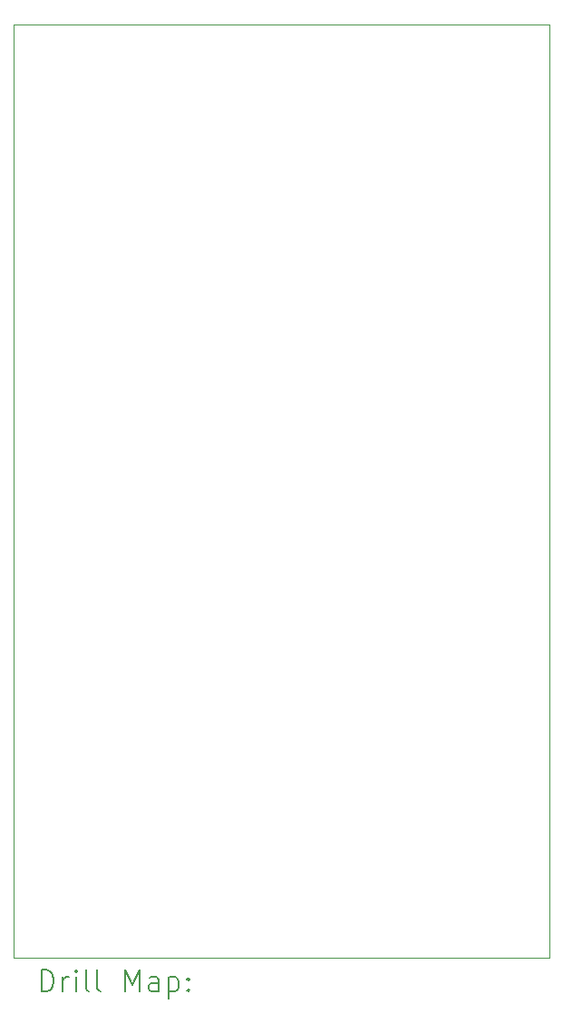
<source format=gbr>
%TF.GenerationSoftware,KiCad,Pcbnew,8.0.6*%
%TF.CreationDate,2024-12-07T23:10:10+01:00*%
%TF.ProjectId,BOOST_LT8365,424f4f53-545f-44c5-9438-3336352e6b69,rev?*%
%TF.SameCoordinates,Original*%
%TF.FileFunction,Drillmap*%
%TF.FilePolarity,Positive*%
%FSLAX45Y45*%
G04 Gerber Fmt 4.5, Leading zero omitted, Abs format (unit mm)*
G04 Created by KiCad (PCBNEW 8.0.6) date 2024-12-07 23:10:10*
%MOMM*%
%LPD*%
G01*
G04 APERTURE LIST*
%ADD10C,0.050000*%
%ADD11C,0.200000*%
G04 APERTURE END LIST*
D10*
X12500000Y-4300000D02*
X17500000Y-4300000D01*
X17500000Y-13000000D01*
X12500000Y-13000000D01*
X12500000Y-4300000D01*
D11*
X12758277Y-13313984D02*
X12758277Y-13113984D01*
X12758277Y-13113984D02*
X12805896Y-13113984D01*
X12805896Y-13113984D02*
X12834467Y-13123508D01*
X12834467Y-13123508D02*
X12853515Y-13142555D01*
X12853515Y-13142555D02*
X12863039Y-13161603D01*
X12863039Y-13161603D02*
X12872562Y-13199698D01*
X12872562Y-13199698D02*
X12872562Y-13228269D01*
X12872562Y-13228269D02*
X12863039Y-13266365D01*
X12863039Y-13266365D02*
X12853515Y-13285412D01*
X12853515Y-13285412D02*
X12834467Y-13304460D01*
X12834467Y-13304460D02*
X12805896Y-13313984D01*
X12805896Y-13313984D02*
X12758277Y-13313984D01*
X12958277Y-13313984D02*
X12958277Y-13180650D01*
X12958277Y-13218746D02*
X12967801Y-13199698D01*
X12967801Y-13199698D02*
X12977324Y-13190174D01*
X12977324Y-13190174D02*
X12996372Y-13180650D01*
X12996372Y-13180650D02*
X13015420Y-13180650D01*
X13082086Y-13313984D02*
X13082086Y-13180650D01*
X13082086Y-13113984D02*
X13072562Y-13123508D01*
X13072562Y-13123508D02*
X13082086Y-13133031D01*
X13082086Y-13133031D02*
X13091610Y-13123508D01*
X13091610Y-13123508D02*
X13082086Y-13113984D01*
X13082086Y-13113984D02*
X13082086Y-13133031D01*
X13205896Y-13313984D02*
X13186848Y-13304460D01*
X13186848Y-13304460D02*
X13177324Y-13285412D01*
X13177324Y-13285412D02*
X13177324Y-13113984D01*
X13310658Y-13313984D02*
X13291610Y-13304460D01*
X13291610Y-13304460D02*
X13282086Y-13285412D01*
X13282086Y-13285412D02*
X13282086Y-13113984D01*
X13539229Y-13313984D02*
X13539229Y-13113984D01*
X13539229Y-13113984D02*
X13605896Y-13256841D01*
X13605896Y-13256841D02*
X13672562Y-13113984D01*
X13672562Y-13113984D02*
X13672562Y-13313984D01*
X13853515Y-13313984D02*
X13853515Y-13209222D01*
X13853515Y-13209222D02*
X13843991Y-13190174D01*
X13843991Y-13190174D02*
X13824943Y-13180650D01*
X13824943Y-13180650D02*
X13786848Y-13180650D01*
X13786848Y-13180650D02*
X13767801Y-13190174D01*
X13853515Y-13304460D02*
X13834467Y-13313984D01*
X13834467Y-13313984D02*
X13786848Y-13313984D01*
X13786848Y-13313984D02*
X13767801Y-13304460D01*
X13767801Y-13304460D02*
X13758277Y-13285412D01*
X13758277Y-13285412D02*
X13758277Y-13266365D01*
X13758277Y-13266365D02*
X13767801Y-13247317D01*
X13767801Y-13247317D02*
X13786848Y-13237793D01*
X13786848Y-13237793D02*
X13834467Y-13237793D01*
X13834467Y-13237793D02*
X13853515Y-13228269D01*
X13948753Y-13180650D02*
X13948753Y-13380650D01*
X13948753Y-13190174D02*
X13967801Y-13180650D01*
X13967801Y-13180650D02*
X14005896Y-13180650D01*
X14005896Y-13180650D02*
X14024943Y-13190174D01*
X14024943Y-13190174D02*
X14034467Y-13199698D01*
X14034467Y-13199698D02*
X14043991Y-13218746D01*
X14043991Y-13218746D02*
X14043991Y-13275888D01*
X14043991Y-13275888D02*
X14034467Y-13294936D01*
X14034467Y-13294936D02*
X14024943Y-13304460D01*
X14024943Y-13304460D02*
X14005896Y-13313984D01*
X14005896Y-13313984D02*
X13967801Y-13313984D01*
X13967801Y-13313984D02*
X13948753Y-13304460D01*
X14129705Y-13294936D02*
X14139229Y-13304460D01*
X14139229Y-13304460D02*
X14129705Y-13313984D01*
X14129705Y-13313984D02*
X14120182Y-13304460D01*
X14120182Y-13304460D02*
X14129705Y-13294936D01*
X14129705Y-13294936D02*
X14129705Y-13313984D01*
X14129705Y-13190174D02*
X14139229Y-13199698D01*
X14139229Y-13199698D02*
X14129705Y-13209222D01*
X14129705Y-13209222D02*
X14120182Y-13199698D01*
X14120182Y-13199698D02*
X14129705Y-13190174D01*
X14129705Y-13190174D02*
X14129705Y-13209222D01*
M02*

</source>
